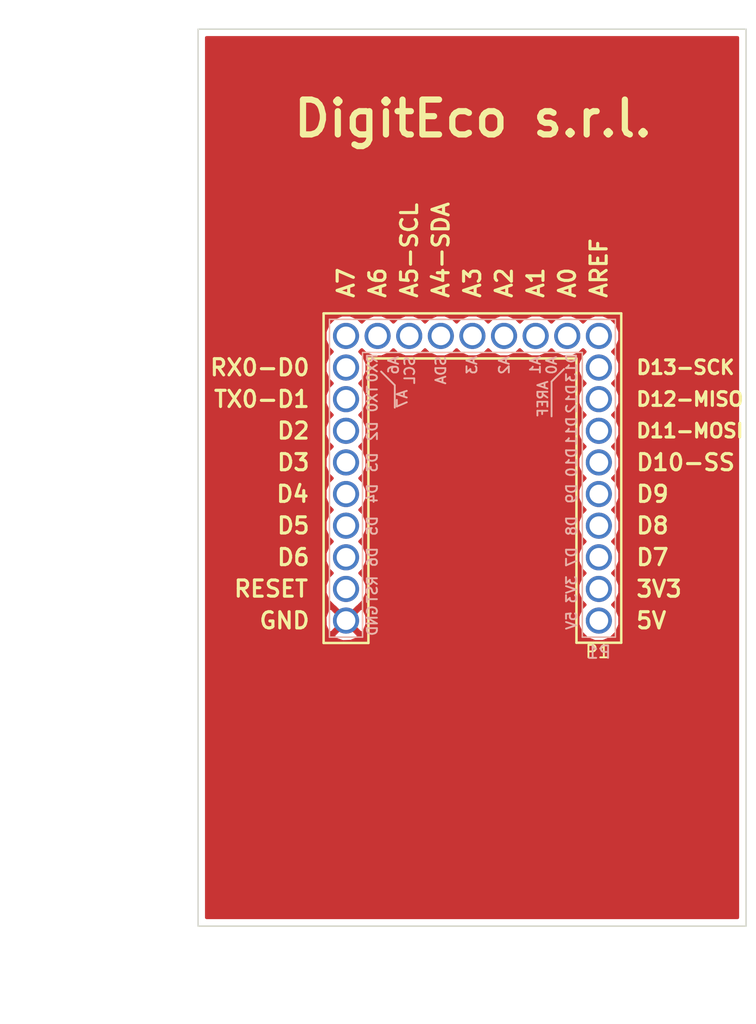
<source format=kicad_pcb>
(kicad_pcb (version 4) (host pcbnew 4.0.6)

  (general
    (links 0)
    (no_connects 0)
    (area 110.746401 46.5836 172.415201 130.817601)
    (thickness 1.6)
    (drawings 47)
    (tracks 0)
    (zones 0)
    (modules 1)
    (nets 28)
  )

  (page A4)
  (title_block
    (title "Microduino SUPPORTO DE")
    (date "24 dicembre 2017")
    (rev 0.0)
  )

  (layers
    (0 F.Cu signal)
    (31 B.Cu signal)
    (32 B.Adhes user)
    (33 F.Adhes user)
    (34 B.Paste user)
    (35 F.Paste user)
    (36 B.SilkS user)
    (37 F.SilkS user)
    (38 B.Mask user)
    (39 F.Mask user)
    (40 Dwgs.User user)
    (41 Cmts.User user)
    (42 Eco1.User user)
    (43 Eco2.User user)
    (44 Edge.Cuts user)
    (45 Margin user)
    (46 B.CrtYd user)
    (47 F.CrtYd user)
    (48 B.Fab user)
    (49 F.Fab user)
  )

  (setup
    (last_trace_width 0.25)
    (trace_clearance 0.2)
    (zone_clearance 0.508)
    (zone_45_only no)
    (trace_min 0.2)
    (segment_width 0.1)
    (edge_width 0.1)
    (via_size 0.6)
    (via_drill 0.4)
    (via_min_size 0.4)
    (via_min_drill 0.3)
    (uvia_size 0.3)
    (uvia_drill 0.1)
    (uvias_allowed no)
    (uvia_min_size 0.2)
    (uvia_min_drill 0.1)
    (pcb_text_width 0.25)
    (pcb_text_size 1.3 1.3)
    (mod_edge_width 0.15)
    (mod_text_size 1 1)
    (mod_text_width 0.15)
    (pad_size 1.5 1.5)
    (pad_drill 0.6)
    (pad_to_mask_clearance 0)
    (aux_axis_origin 0 0)
    (visible_elements 7FFFFFFF)
    (pcbplotparams
      (layerselection 0x210fc_80000001)
      (usegerberextensions false)
      (excludeedgelayer true)
      (linewidth 0.100000)
      (plotframeref false)
      (viasonmask false)
      (mode 1)
      (useauxorigin false)
      (hpglpennumber 1)
      (hpglpenspeed 20)
      (hpglpendiameter 15)
      (hpglpenoverlay 2)
      (psnegative false)
      (psa4output false)
      (plotreference true)
      (plotvalue true)
      (plotinvisibletext false)
      (padsonsilk false)
      (subtractmaskfromsilk false)
      (outputformat 1)
      (mirror false)
      (drillshape 0)
      (scaleselection 1)
      (outputdirectory ""))
  )

  (net 0 "")
  (net 1 /D13)
  (net 2 /D12)
  (net 3 /D11)
  (net 4 /D10)
  (net 5 /D9)
  (net 6 /D8)
  (net 7 /D7)
  (net 8 +3V3)
  (net 9 +5V)
  (net 10 /A0)
  (net 11 /A1)
  (net 12 /A2)
  (net 13 /A3)
  (net 14 /SDA)
  (net 15 /SCL)
  (net 16 /A6)
  (net 17 /A7)
  (net 18 /RX0)
  (net 19 /D2)
  (net 20 /D3)
  (net 21 /D4)
  (net 22 /D5)
  (net 23 /D6)
  (net 24 /RESET)
  (net 25 GND)
  (net 26 /AREF)
  (net 27 /TX0)

  (net_class Default "Questo è il gruppo di collegamenti predefinito"
    (clearance 0.2)
    (trace_width 0.25)
    (via_dia 0.6)
    (via_drill 0.4)
    (uvia_dia 0.3)
    (uvia_drill 0.1)
    (add_net +3V3)
    (add_net +5V)
    (add_net /A0)
    (add_net /A1)
    (add_net /A2)
    (add_net /A3)
    (add_net /A6)
    (add_net /A7)
    (add_net /AREF)
    (add_net /D10)
    (add_net /D11)
    (add_net /D12)
    (add_net /D13)
    (add_net /D2)
    (add_net /D3)
    (add_net /D4)
    (add_net /D5)
    (add_net /D6)
    (add_net /D7)
    (add_net /D8)
    (add_net /D9)
    (add_net /RESET)
    (add_net /RX0)
    (add_net /SCL)
    (add_net /SDA)
    (add_net /TX0)
    (add_net GND)
  )

  (module Libreria_PCB_mia:Upin_27 (layer B.Cu) (tedit 59817445) (tstamp 5981749D)
    (at 159.77 96.42 180)
    (descr "Through hole straight socket strip, 1x09, 2.54mm pitch, single row")
    (tags "Through hole socket strip THT 1x09 2.54mm single row")
    (path /58E8C7EF)
    (fp_text reference P1 (at 0 -2.54 180) (layer B.SilkS)
      (effects (font (size 1 1) (thickness 0.15)) (justify mirror))
    )
    (fp_text value CONN_1x27 (at -2.83 10.17 450) (layer B.Fab)
      (effects (font (size 1 1) (thickness 0.15)) (justify mirror))
    )
    (fp_text user P1 (at 0.1 -2.5 180) (layer F.SilkS)
      (effects (font (size 1 1) (thickness 0.15)))
    )
    (fp_line (start 16.4 18.9) (end 17.5 20) (layer B.SilkS) (width 0.15))
    (fp_line (start 16.4 18.9) (end 16.4 17.1) (layer B.SilkS) (width 0.15))
    (fp_text user A7 (at 15.8 17.8 450) (layer B.SilkS)
      (effects (font (size 0.8 0.8) (thickness 0.15)) (justify mirror))
    )
    (fp_line (start 2.8 20.2) (end 3.8 19.2) (layer B.SilkS) (width 0.15))
    (fp_line (start 3.8 19.2) (end 3.8 16.4) (layer B.SilkS) (width 0.15))
    (fp_text user AREF (at 4.5 17.8 450) (layer B.SilkS)
      (effects (font (size 0.8 0.8) (thickness 0.15)) (justify mirror))
    )
    (fp_text user GND (at 18.2 0 450) (layer B.SilkS)
      (effects (font (size 0.8 0.8) (thickness 0.15)) (justify mirror))
    )
    (fp_text user RST (at 18.2 2.5 450) (layer B.SilkS)
      (effects (font (size 0.8 0.8) (thickness 0.15)) (justify mirror))
    )
    (fp_text user D6 (at 18.2 5.1 450) (layer B.SilkS)
      (effects (font (size 0.8 0.8) (thickness 0.15)) (justify mirror))
    )
    (fp_text user D5 (at 18.2 7.6 450) (layer B.SilkS)
      (effects (font (size 0.8 0.8) (thickness 0.15)) (justify mirror))
    )
    (fp_text user D4 (at 18.2 10.2 450) (layer B.SilkS)
      (effects (font (size 0.8 0.8) (thickness 0.15)) (justify mirror))
    )
    (fp_text user D3 (at 18.2 12.7 450) (layer B.SilkS)
      (effects (font (size 0.8 0.8) (thickness 0.15)) (justify mirror))
    )
    (fp_text user D2 (at 18.2 15.2 450) (layer B.SilkS)
      (effects (font (size 0.8 0.8) (thickness 0.15)) (justify mirror))
    )
    (fp_text user TX0 (at 18.2 17.8 450) (layer B.SilkS)
      (effects (font (size 0.8 0.8) (thickness 0.15)) (justify mirror))
    )
    (fp_text user RX0 (at 18.2 20.3 450) (layer B.SilkS)
      (effects (font (size 0.8 0.8) (thickness 0.15)) (justify mirror))
    )
    (fp_text user A6 (at 16.5 20.5 450) (layer B.SilkS)
      (effects (font (size 0.8 0.8) (thickness 0.15)) (justify mirror))
    )
    (fp_text user SCL (at 15.2 20.1 450) (layer B.SilkS)
      (effects (font (size 0.8 0.8) (thickness 0.15)) (justify mirror))
    )
    (fp_text user SDA (at 12.7 20.1 450) (layer B.SilkS)
      (effects (font (size 0.8 0.8) (thickness 0.15)) (justify mirror))
    )
    (fp_text user A3 (at 10.2 20.5 450) (layer B.SilkS)
      (effects (font (size 0.8 0.8) (thickness 0.15)) (justify mirror))
    )
    (fp_text user A2 (at 7.6 20.5 450) (layer B.SilkS)
      (effects (font (size 0.8 0.8) (thickness 0.15)) (justify mirror))
    )
    (fp_text user A1 (at 5.1 20.5 450) (layer B.SilkS)
      (effects (font (size 0.8 0.8) (thickness 0.15)) (justify mirror))
    )
    (fp_text user A0 (at 3.8 20.5 450) (layer B.SilkS)
      (effects (font (size 0.8 0.8) (thickness 0.15)) (justify mirror))
    )
    (fp_text user D13 (at 2.2 20.3 450) (layer B.SilkS)
      (effects (font (size 0.8 0.8) (thickness 0.15)) (justify mirror))
    )
    (fp_text user D12 (at 2.2 17.8 450) (layer B.SilkS)
      (effects (font (size 0.8 0.8) (thickness 0.15)) (justify mirror))
    )
    (fp_text user D11 (at 2.2 15.2 450) (layer B.SilkS)
      (effects (font (size 0.8 0.8) (thickness 0.15)) (justify mirror))
    )
    (fp_text user D10 (at 2.2 12.7 450) (layer B.SilkS)
      (effects (font (size 0.8 0.8) (thickness 0.15)) (justify mirror))
    )
    (fp_text user D9 (at 2.2 10.2 450) (layer B.SilkS)
      (effects (font (size 0.8 0.8) (thickness 0.15)) (justify mirror))
    )
    (fp_text user D8 (at 2.2 7.6 450) (layer B.SilkS)
      (effects (font (size 0.8 0.8) (thickness 0.15)) (justify mirror))
    )
    (fp_text user D7 (at 2.2 5.1 450) (layer B.SilkS)
      (effects (font (size 0.8 0.8) (thickness 0.15)) (justify mirror))
    )
    (fp_text user 3V3 (at 2.2 2.5 450) (layer B.SilkS)
      (effects (font (size 0.8 0.8) (thickness 0.15)) (justify mirror))
    )
    (fp_text user 5V (at 2.2 0 450) (layer B.SilkS)
      (effects (font (size 0.8 0.8) (thickness 0.15)) (justify mirror))
    )
    (fp_line (start 1.8 -1.78) (end 1.8 21.05) (layer B.CrtYd) (width 0.12))
    (fp_line (start 18.52 21.05) (end 1.8 21.05) (layer B.CrtYd) (width 0.12))
    (fp_line (start -1.27 24.13) (end -1.27 -1.27) (layer B.Fab) (width 0.12))
    (fp_line (start 1.27 -1.27) (end 1.27 21.59) (layer B.Fab) (width 0.12))
    (fp_line (start 1.27 21.59) (end 19.05 21.59) (layer B.Fab) (width 0.12))
    (fp_line (start 19.05 21.59) (end 19.05 -1.27) (layer B.Fab) (width 0.12))
    (fp_line (start 19.05 -1.27) (end 21.59 -1.27) (layer B.Fab) (width 0.12))
    (fp_line (start 21.59 -1.27) (end 21.59 24.13) (layer B.Fab) (width 0.12))
    (fp_line (start 21.59 24.13) (end -1.27 24.13) (layer B.Fab) (width 0.12))
    (fp_line (start 21.65 -1.33) (end 21.65 24.19) (layer B.SilkS) (width 0.12))
    (fp_line (start 21.65 24.19) (end -1.33 24.19) (layer B.SilkS) (width 0.12))
    (fp_line (start -1.33 -1.33) (end -1.33 24.19) (layer B.SilkS) (width 0.12))
    (fp_line (start 1.33 -1.33) (end 1.33 21.53) (layer B.SilkS) (width 0.12))
    (fp_line (start 1.33 21.53) (end 18.99 21.53) (layer B.SilkS) (width 0.12))
    (fp_line (start 18.99 -1.33) (end 18.99 21.53) (layer B.SilkS) (width 0.12))
    (fp_line (start 18.99 -1.33) (end 18.99 5.48) (layer B.SilkS) (width 0.12))
    (fp_line (start -1.8 24.67) (end 22.12 24.67) (layer B.CrtYd) (width 0.12))
    (fp_line (start -1.8 -1.78) (end -1.8 24.67) (layer B.CrtYd) (width 0.12))
    (fp_line (start 22.12 -1.78) (end 22.12 24.67) (layer B.CrtYd) (width 0.12))
    (fp_line (start 18.52 21.05) (end 18.52 -1.8) (layer B.CrtYd) (width 0.12))
    (fp_line (start 18.52 -1.8) (end 22.12 -1.8) (layer B.CrtYd) (width 0.12))
    (fp_line (start -1.27 -1.27) (end 1.27 -1.27) (layer B.Fab) (width 0.12))
    (fp_line (start -1.33 -1.33) (end 1.33 -1.33) (layer B.SilkS) (width 0.12))
    (fp_line (start 21.65 -1.33) (end 18.99 -1.33) (layer B.SilkS) (width 0.12))
    (fp_line (start -1.33 20.32) (end -1.33 21.65) (layer B.SilkS) (width 0.12))
    (fp_line (start -1.8 -1.78) (end 1.8 -1.78) (layer B.CrtYd) (width 0.12))
    (fp_text user %R (at 0 -2.54 180) (layer B.Fab)
      (effects (font (size 1 1) (thickness 0.15)) (justify mirror))
    )
    (pad 9 thru_hole circle (at 0 20.32 180) (size 2.1 2.1) (drill 1.5) (layers *.Cu *.Mask)
      (net 1 /D13))
    (pad 8 thru_hole circle (at 0 17.78 180) (size 2.1 2.1) (drill 1.5) (layers *.Cu *.Mask)
      (net 2 /D12))
    (pad 7 thru_hole circle (at 0 15.24 180) (size 2.1 2.1) (drill 1.5) (layers *.Cu *.Mask)
      (net 3 /D11))
    (pad 6 thru_hole circle (at 0 12.7 180) (size 2.1 2.1) (drill 1.5) (layers *.Cu *.Mask)
      (net 4 /D10))
    (pad 5 thru_hole circle (at 0 10.16 180) (size 2.1 2.1) (drill 1.5) (layers *.Cu *.Mask)
      (net 5 /D9))
    (pad 4 thru_hole circle (at 0 7.62 180) (size 2.1 2.1) (drill 1.5) (layers *.Cu *.Mask)
      (net 6 /D8))
    (pad 3 thru_hole circle (at 0 5.08 180) (size 2.1 2.1) (drill 1.5) (layers *.Cu *.Mask)
      (net 7 /D7))
    (pad 2 thru_hole circle (at 0 2.54 180) (size 2.1 2.1) (drill 1.5) (layers *.Cu *.Mask)
      (net 8 +3V3))
    (pad 1 thru_hole circle (at 0 0 180) (size 2.1 2.1) (drill 1.5) (layers *.Cu *.Mask)
      (net 9 +5V))
    (pad 10 thru_hole circle (at 0 22.86 180) (size 2.1 2.1) (drill 1.5) (layers *.Cu *.Mask)
      (net 26 /AREF))
    (pad 11 thru_hole circle (at 2.54 22.86 180) (size 2.1 2.1) (drill 1.5) (layers *.Cu *.Mask)
      (net 10 /A0))
    (pad 12 thru_hole circle (at 5.08 22.86 180) (size 2.1 2.1) (drill 1.5) (layers *.Cu *.Mask)
      (net 11 /A1))
    (pad 13 thru_hole circle (at 7.62 22.86 180) (size 2.1 2.1) (drill 1.5) (layers *.Cu *.Mask)
      (net 12 /A2))
    (pad 14 thru_hole circle (at 10.16 22.86 180) (size 2.1 2.1) (drill 1.5) (layers *.Cu *.Mask)
      (net 13 /A3))
    (pad 15 thru_hole circle (at 12.7 22.86 180) (size 2.1 2.1) (drill 1.5) (layers *.Cu *.Mask)
      (net 14 /SDA))
    (pad 16 thru_hole circle (at 15.24 22.86 180) (size 2.1 2.1) (drill 1.5) (layers *.Cu *.Mask)
      (net 15 /SCL))
    (pad 17 thru_hole circle (at 17.78 22.86 180) (size 2.1 2.1) (drill 1.5) (layers *.Cu *.Mask)
      (net 16 /A6))
    (pad 18 thru_hole circle (at 20.32 22.86 180) (size 2.1 2.1) (drill 1.5) (layers *.Cu *.Mask)
      (net 17 /A7))
    (pad 19 thru_hole circle (at 20.32 20.32 180) (size 2.1 2.1) (drill 1.5) (layers *.Cu *.Mask)
      (net 18 /RX0))
    (pad 20 thru_hole circle (at 20.32 17.78 180) (size 2.1 2.1) (drill 1.5) (layers *.Cu *.Mask)
      (net 27 /TX0))
    (pad 21 thru_hole circle (at 20.32 15.24 180) (size 2.1 2.1) (drill 1.5) (layers *.Cu *.Mask)
      (net 19 /D2))
    (pad 22 thru_hole circle (at 20.32 12.7 180) (size 2.1 2.1) (drill 1.5) (layers *.Cu *.Mask)
      (net 20 /D3))
    (pad 23 thru_hole circle (at 20.32 10.16 180) (size 2.1 2.1) (drill 1.5) (layers *.Cu *.Mask)
      (net 21 /D4))
    (pad 24 thru_hole circle (at 20.32 7.62 180) (size 2.1 2.1) (drill 1.5) (layers *.Cu *.Mask)
      (net 22 /D5))
    (pad 25 thru_hole circle (at 20.32 5.08 180) (size 2.1 2.1) (drill 1.5) (layers *.Cu *.Mask)
      (net 23 /D6))
    (pad 26 thru_hole circle (at 20.32 2.54 180) (size 2.1 2.1) (drill 1.5) (layers *.Cu *.Mask)
      (net 24 /RESET))
    (pad 27 thru_hole circle (at 20.32 0 180) (size 2.1 2.1) (drill 1.5) (layers *.Cu *.Mask)
      (net 25 GND))
  )

  (gr_text "DigitEco s.r.l." (at 149.66 56.11) (layer F.SilkS)
    (effects (font (size 2.8 2.8) (thickness 0.5)))
  )
  (gr_text RX0-D0 (at 136.65 76.1) (layer F.SilkS)
    (effects (font (size 1.3 1.3) (thickness 0.25)) (justify right))
  )
  (gr_text TX0-D1 (at 136.65 78.64) (layer F.SilkS)
    (effects (font (size 1.3 1.3) (thickness 0.25)) (justify right))
  )
  (gr_text D2 (at 136.65 81.18) (layer F.SilkS)
    (effects (font (size 1.3 1.3) (thickness 0.25)) (justify right))
  )
  (gr_text D3 (at 136.65 83.72) (layer F.SilkS)
    (effects (font (size 1.3 1.3) (thickness 0.25)) (justify right))
  )
  (gr_text D4 (at 136.59 86.26) (layer F.SilkS)
    (effects (font (size 1.3 1.3) (thickness 0.25)) (justify right))
  )
  (gr_text D5 (at 136.65 88.8) (layer F.SilkS)
    (effects (font (size 1.3 1.3) (thickness 0.25)) (justify right))
  )
  (gr_text D6 (at 136.65 91.34) (layer F.SilkS)
    (effects (font (size 1.3 1.3) (thickness 0.25)) (justify right))
  )
  (gr_text RESET (at 136.53 93.87) (layer F.SilkS)
    (effects (font (size 1.3 1.3) (thickness 0.25)) (justify right))
  )
  (gr_text GND (at 136.65 96.42) (layer F.SilkS)
    (effects (font (size 1.3 1.3) (thickness 0.25)) (justify right))
  )
  (gr_text A7 (at 139.45 70.63 90) (layer F.SilkS)
    (effects (font (size 1.3 1.3) (thickness 0.25)) (justify left))
  )
  (gr_text A6 (at 141.99 70.63 90) (layer F.SilkS)
    (effects (font (size 1.3 1.3) (thickness 0.25)) (justify left))
  )
  (gr_text A5-SCL (at 144.54 70.63 90) (layer F.SilkS)
    (effects (font (size 1.3 1.3) (thickness 0.25)) (justify left))
  )
  (gr_text A4-SDA (at 147.07 70.63 90) (layer F.SilkS)
    (effects (font (size 1.3 1.3) (thickness 0.25)) (justify left))
  )
  (gr_text A3 (at 149.61 70.63 90) (layer F.SilkS)
    (effects (font (size 1.3 1.3) (thickness 0.25)) (justify left))
  )
  (gr_text A2 (at 152.15 70.63 90) (layer F.SilkS)
    (effects (font (size 1.3 1.3) (thickness 0.25)) (justify left))
  )
  (gr_text A1 (at 154.69 70.63 90) (layer F.SilkS)
    (effects (font (size 1.3 1.3) (thickness 0.25)) (justify left))
  )
  (gr_text A0 (at 157.23 70.63 90) (layer F.SilkS)
    (effects (font (size 1.3 1.3) (thickness 0.25)) (justify left))
  )
  (gr_text AREF (at 159.77 70.63 90) (layer F.SilkS)
    (effects (font (size 1.3 1.3) (thickness 0.25)) (justify left))
  )
  (gr_text D13-SCK (at 162.66 76.09) (layer F.SilkS)
    (effects (font (size 1.1 1.1) (thickness 0.25)) (justify left))
  )
  (gr_text D12-MISO (at 162.65 78.64) (layer F.SilkS)
    (effects (font (size 1.1 1.1) (thickness 0.25)) (justify left))
  )
  (gr_text D11-MOSI (at 162.65 81.18) (layer F.SilkS)
    (effects (font (size 1.1 1.1) (thickness 0.25)) (justify left))
  )
  (gr_text D10-SS (at 162.65 83.72) (layer F.SilkS)
    (effects (font (size 1.3 1.3) (thickness 0.25)) (justify left))
  )
  (gr_text D9 (at 162.65 86.26) (layer F.SilkS)
    (effects (font (size 1.3 1.3) (thickness 0.25)) (justify left))
  )
  (gr_text D8 (at 162.65 88.8) (layer F.SilkS)
    (effects (font (size 1.3 1.3) (thickness 0.25)) (justify left))
  )
  (gr_text D7 (at 162.65 91.34) (layer F.SilkS)
    (effects (font (size 1.3 1.3) (thickness 0.25)) (justify left))
  )
  (gr_text 3V3 (at 162.65 93.88) (layer F.SilkS)
    (effects (font (size 1.3 1.3) (thickness 0.25)) (justify left))
  )
  (gr_text 5V (at 162.64 96.42) (layer F.SilkS)
    (effects (font (size 1.3 1.3) (thickness 0.25)) (justify left))
  )
  (gr_line (start 171.6 48.92) (end 127.56 48.92) (angle 90) (layer F.SilkS) (width 0.1))
  (gr_line (start 171.6 120.96) (end 171.6 48.92) (angle 90) (layer F.SilkS) (width 0.1))
  (gr_line (start 127.56 120.96) (end 171.6 120.96) (angle 90) (layer F.SilkS) (width 0.1))
  (gr_line (start 127.56 48.92) (end 127.56 120.96) (angle 90) (layer F.SilkS) (width 0.1))
  (gr_line (start 161.57 71.75) (end 137.65 71.75) (angle 90) (layer F.SilkS) (width 0.2))
  (gr_line (start 161.57 98.2) (end 161.57 71.75) (angle 90) (layer F.SilkS) (width 0.2))
  (gr_line (start 157.97 98.2) (end 161.57 98.2) (angle 90) (layer F.SilkS) (width 0.2))
  (gr_line (start 157.97 75.37) (end 157.97 98.2) (angle 90) (layer F.SilkS) (width 0.2))
  (gr_line (start 141.25 75.37) (end 157.97 75.37) (angle 90) (layer F.SilkS) (width 0.2))
  (gr_line (start 141.25 98.22) (end 141.25 75.37) (angle 90) (layer F.SilkS) (width 0.2))
  (gr_line (start 137.65 98.22) (end 141.25 98.22) (angle 90) (layer F.SilkS) (width 0.2))
  (gr_line (start 137.65 71.75) (end 137.65 98.22) (angle 90) (layer F.SilkS) (width 0.2))
  (gr_line (start 171.6024 48.9204) (end 127.5588 48.9204) (angle 90) (layer Edge.Cuts) (width 0.1))
  (gr_line (start 171.6024 48.9712) (end 171.6024 48.9204) (angle 90) (layer Edge.Cuts) (width 0.1))
  (gr_line (start 171.6024 120.9548) (end 171.6024 48.9712) (angle 90) (layer Edge.Cuts) (width 0.1))
  (gr_line (start 127.5588 120.9548) (end 171.6024 120.9548) (angle 90) (layer Edge.Cuts) (width 0.1))
  (gr_line (start 127.5588 120.9548) (end 127.5588 48.9204) (angle 90) (layer Edge.Cuts) (width 0.1))
  (dimension 44.0436 (width 0.3) (layer F.Fab)
    (gr_text "44,044 mm" (at 149.5806 129.4676) (layer F.Fab)
      (effects (font (size 1.5 1.5) (thickness 0.3)))
    )
    (feature1 (pts (xy 171.6024 125.5776) (xy 171.6024 130.8176)))
    (feature2 (pts (xy 127.5588 125.5776) (xy 127.5588 130.8176)))
    (crossbar (pts (xy 127.5588 128.1176) (xy 171.6024 128.1176)))
    (arrow1a (pts (xy 171.6024 128.1176) (xy 170.475896 128.704021)))
    (arrow1b (pts (xy 171.6024 128.1176) (xy 170.475896 127.531179)))
    (arrow2a (pts (xy 127.5588 128.1176) (xy 128.685304 128.704021)))
    (arrow2b (pts (xy 127.5588 128.1176) (xy 128.685304 127.531179)))
  )
  (dimension 72.0344 (width 0.3) (layer F.Fab)
    (gr_text "72,034 mm" (at 117.2464 84.9376 270) (layer F.Fab)
      (effects (font (size 1.5 1.5) (thickness 0.3)))
    )
    (feature1 (pts (xy 116.8908 120.9548) (xy 121.9784 120.9548)))
    (feature2 (pts (xy 116.8908 48.9204) (xy 121.9784 48.9204)))
    (crossbar (pts (xy 119.2784 48.9204) (xy 119.2784 120.9548)))
    (arrow1a (pts (xy 119.2784 120.9548) (xy 118.691979 119.828296)))
    (arrow1b (pts (xy 119.2784 120.9548) (xy 119.864821 119.828296)))
    (arrow2a (pts (xy 119.2784 48.9204) (xy 118.691979 50.046904)))
    (arrow2b (pts (xy 119.2784 48.9204) (xy 119.864821 50.046904)))
  )

  (zone (net 25) (net_name GND) (layer F.Cu) (tstamp 58E9F4C4) (hatch none 0.508)
    (connect_pads (clearance 0.508))
    (min_thickness 0.254)
    (fill yes (arc_segments 16) (thermal_gap 0.508) (thermal_bridge_width 0.508))
    (polygon
      (pts
        (xy 126.0856 47.1424) (xy 126.3396 46.5836) (xy 126.329693 47.146481)
      )
    )
  )
  (zone (net 25) (net_name GND) (layer F.Cu) (tstamp 58E9F4B7) (hatch none 0.508)
    (connect_pads (clearance 0.508))
    (min_thickness 0.254)
    (fill yes (arc_segments 16) (thermal_gap 0.508) (thermal_bridge_width 0.508))
    (polygon
      (pts
        (xy 172.212 48.0384) (xy 172.4152 121.6984) (xy 126.5936 121.6984) (xy 126.8984 47.886)
      )
    )
    (filled_polygon
      (pts
        (xy 170.9174 120.2698) (xy 128.2438 120.2698) (xy 128.2438 97.608703) (xy 138.440902 97.608703) (xy 138.545687 97.880745)
        (xy 139.173526 98.115619) (xy 139.843456 98.092349) (xy 140.354313 97.880745) (xy 140.459098 97.608703) (xy 139.45 96.599605)
        (xy 138.440902 97.608703) (xy 128.2438 97.608703) (xy 128.2438 96.143526) (xy 137.754381 96.143526) (xy 137.777651 96.813456)
        (xy 137.989255 97.324313) (xy 138.261297 97.429098) (xy 139.270395 96.42) (xy 139.629605 96.42) (xy 140.638703 97.429098)
        (xy 140.910745 97.324313) (xy 141.145619 96.696474) (xy 141.122349 96.026544) (xy 140.910745 95.515687) (xy 140.638703 95.410902)
        (xy 139.629605 96.42) (xy 139.270395 96.42) (xy 138.261297 95.410902) (xy 137.989255 95.515687) (xy 137.754381 96.143526)
        (xy 128.2438 96.143526) (xy 128.2438 73.893697) (xy 137.764708 73.893697) (xy 138.020694 74.513229) (xy 138.33705 74.830137)
        (xy 138.02236 75.144278) (xy 137.765293 75.763362) (xy 137.764708 76.433697) (xy 138.020694 77.053229) (xy 138.33705 77.370137)
        (xy 138.02236 77.684278) (xy 137.765293 78.303362) (xy 137.764708 78.973697) (xy 138.020694 79.593229) (xy 138.33705 79.910137)
        (xy 138.02236 80.224278) (xy 137.765293 80.843362) (xy 137.764708 81.513697) (xy 138.020694 82.133229) (xy 138.33705 82.450137)
        (xy 138.02236 82.764278) (xy 137.765293 83.383362) (xy 137.764708 84.053697) (xy 138.020694 84.673229) (xy 138.33705 84.990137)
        (xy 138.02236 85.304278) (xy 137.765293 85.923362) (xy 137.764708 86.593697) (xy 138.020694 87.213229) (xy 138.33705 87.530137)
        (xy 138.02236 87.844278) (xy 137.765293 88.463362) (xy 137.764708 89.133697) (xy 138.020694 89.753229) (xy 138.33705 90.070137)
        (xy 138.02236 90.384278) (xy 137.765293 91.003362) (xy 137.764708 91.673697) (xy 138.020694 92.293229) (xy 138.33705 92.610137)
        (xy 138.02236 92.924278) (xy 137.765293 93.543362) (xy 137.764708 94.213697) (xy 138.020694 94.833229) (xy 138.494278 95.30764)
        (xy 138.533554 95.323949) (xy 139.45 96.240395) (xy 140.365499 95.324896) (xy 140.403229 95.309306) (xy 140.87764 94.835722)
        (xy 141.134707 94.216638) (xy 141.135292 93.546303) (xy 140.879306 92.926771) (xy 140.56295 92.609863) (xy 140.87764 92.295722)
        (xy 141.134707 91.676638) (xy 141.135292 91.006303) (xy 140.879306 90.386771) (xy 140.56295 90.069863) (xy 140.87764 89.755722)
        (xy 141.134707 89.136638) (xy 141.135292 88.466303) (xy 140.879306 87.846771) (xy 140.56295 87.529863) (xy 140.87764 87.215722)
        (xy 141.134707 86.596638) (xy 141.135292 85.926303) (xy 140.879306 85.306771) (xy 140.56295 84.989863) (xy 140.87764 84.675722)
        (xy 141.134707 84.056638) (xy 141.135292 83.386303) (xy 140.879306 82.766771) (xy 140.56295 82.449863) (xy 140.87764 82.135722)
        (xy 141.134707 81.516638) (xy 141.135292 80.846303) (xy 140.879306 80.226771) (xy 140.56295 79.909863) (xy 140.87764 79.595722)
        (xy 141.134707 78.976638) (xy 141.135292 78.306303) (xy 140.879306 77.686771) (xy 140.56295 77.369863) (xy 140.87764 77.055722)
        (xy 141.134707 76.436638) (xy 141.135292 75.766303) (xy 140.879306 75.146771) (xy 140.56295 74.829863) (xy 140.720137 74.67295)
        (xy 141.034278 74.98764) (xy 141.653362 75.244707) (xy 142.323697 75.245292) (xy 142.943229 74.989306) (xy 143.260137 74.67295)
        (xy 143.574278 74.98764) (xy 144.193362 75.244707) (xy 144.863697 75.245292) (xy 145.483229 74.989306) (xy 145.800137 74.67295)
        (xy 146.114278 74.98764) (xy 146.733362 75.244707) (xy 147.403697 75.245292) (xy 148.023229 74.989306) (xy 148.340137 74.67295)
        (xy 148.654278 74.98764) (xy 149.273362 75.244707) (xy 149.943697 75.245292) (xy 150.563229 74.989306) (xy 150.880137 74.67295)
        (xy 151.194278 74.98764) (xy 151.813362 75.244707) (xy 152.483697 75.245292) (xy 153.103229 74.989306) (xy 153.420137 74.67295)
        (xy 153.734278 74.98764) (xy 154.353362 75.244707) (xy 155.023697 75.245292) (xy 155.643229 74.989306) (xy 155.960137 74.67295)
        (xy 156.274278 74.98764) (xy 156.893362 75.244707) (xy 157.563697 75.245292) (xy 158.183229 74.989306) (xy 158.500137 74.67295)
        (xy 158.65705 74.830137) (xy 158.34236 75.144278) (xy 158.085293 75.763362) (xy 158.084708 76.433697) (xy 158.340694 77.053229)
        (xy 158.65705 77.370137) (xy 158.34236 77.684278) (xy 158.085293 78.303362) (xy 158.084708 78.973697) (xy 158.340694 79.593229)
        (xy 158.65705 79.910137) (xy 158.34236 80.224278) (xy 158.085293 80.843362) (xy 158.084708 81.513697) (xy 158.340694 82.133229)
        (xy 158.65705 82.450137) (xy 158.34236 82.764278) (xy 158.085293 83.383362) (xy 158.084708 84.053697) (xy 158.340694 84.673229)
        (xy 158.65705 84.990137) (xy 158.34236 85.304278) (xy 158.085293 85.923362) (xy 158.084708 86.593697) (xy 158.340694 87.213229)
        (xy 158.65705 87.530137) (xy 158.34236 87.844278) (xy 158.085293 88.463362) (xy 158.084708 89.133697) (xy 158.340694 89.753229)
        (xy 158.65705 90.070137) (xy 158.34236 90.384278) (xy 158.085293 91.003362) (xy 158.084708 91.673697) (xy 158.340694 92.293229)
        (xy 158.65705 92.610137) (xy 158.34236 92.924278) (xy 158.085293 93.543362) (xy 158.084708 94.213697) (xy 158.340694 94.833229)
        (xy 158.65705 95.150137) (xy 158.34236 95.464278) (xy 158.085293 96.083362) (xy 158.084708 96.753697) (xy 158.340694 97.373229)
        (xy 158.814278 97.84764) (xy 159.433362 98.104707) (xy 160.103697 98.105292) (xy 160.723229 97.849306) (xy 161.19764 97.375722)
        (xy 161.454707 96.756638) (xy 161.455292 96.086303) (xy 161.199306 95.466771) (xy 160.88295 95.149863) (xy 161.19764 94.835722)
        (xy 161.454707 94.216638) (xy 161.455292 93.546303) (xy 161.199306 92.926771) (xy 160.88295 92.609863) (xy 161.19764 92.295722)
        (xy 161.454707 91.676638) (xy 161.455292 91.006303) (xy 161.199306 90.386771) (xy 160.88295 90.069863) (xy 161.19764 89.755722)
        (xy 161.454707 89.136638) (xy 161.455292 88.466303) (xy 161.199306 87.846771) (xy 160.88295 87.529863) (xy 161.19764 87.215722)
        (xy 161.454707 86.596638) (xy 161.455292 85.926303) (xy 161.199306 85.306771) (xy 160.88295 84.989863) (xy 161.19764 84.675722)
        (xy 161.454707 84.056638) (xy 161.455292 83.386303) (xy 161.199306 82.766771) (xy 160.88295 82.449863) (xy 161.19764 82.135722)
        (xy 161.454707 81.516638) (xy 161.455292 80.846303) (xy 161.199306 80.226771) (xy 160.88295 79.909863) (xy 161.19764 79.595722)
        (xy 161.454707 78.976638) (xy 161.455292 78.306303) (xy 161.199306 77.686771) (xy 160.88295 77.369863) (xy 161.19764 77.055722)
        (xy 161.454707 76.436638) (xy 161.455292 75.766303) (xy 161.199306 75.146771) (xy 160.88295 74.829863) (xy 161.19764 74.515722)
        (xy 161.454707 73.896638) (xy 161.455292 73.226303) (xy 161.199306 72.606771) (xy 160.725722 72.13236) (xy 160.106638 71.875293)
        (xy 159.436303 71.874708) (xy 158.816771 72.130694) (xy 158.499863 72.44705) (xy 158.185722 72.13236) (xy 157.566638 71.875293)
        (xy 156.896303 71.874708) (xy 156.276771 72.130694) (xy 155.959863 72.44705) (xy 155.645722 72.13236) (xy 155.026638 71.875293)
        (xy 154.356303 71.874708) (xy 153.736771 72.130694) (xy 153.419863 72.44705) (xy 153.105722 72.13236) (xy 152.486638 71.875293)
        (xy 151.816303 71.874708) (xy 151.196771 72.130694) (xy 150.879863 72.44705) (xy 150.565722 72.13236) (xy 149.946638 71.875293)
        (xy 149.276303 71.874708) (xy 148.656771 72.130694) (xy 148.339863 72.44705) (xy 148.025722 72.13236) (xy 147.406638 71.875293)
        (xy 146.736303 71.874708) (xy 146.116771 72.130694) (xy 145.799863 72.44705) (xy 145.485722 72.13236) (xy 144.866638 71.875293)
        (xy 144.196303 71.874708) (xy 143.576771 72.130694) (xy 143.259863 72.44705) (xy 142.945722 72.13236) (xy 142.326638 71.875293)
        (xy 141.656303 71.874708) (xy 141.036771 72.130694) (xy 140.719863 72.44705) (xy 140.405722 72.13236) (xy 139.786638 71.875293)
        (xy 139.116303 71.874708) (xy 138.496771 72.130694) (xy 138.02236 72.604278) (xy 137.765293 73.223362) (xy 137.764708 73.893697)
        (xy 128.2438 73.893697) (xy 128.2438 49.6054) (xy 170.9174 49.6054)
      )
    )
  )
)

</source>
